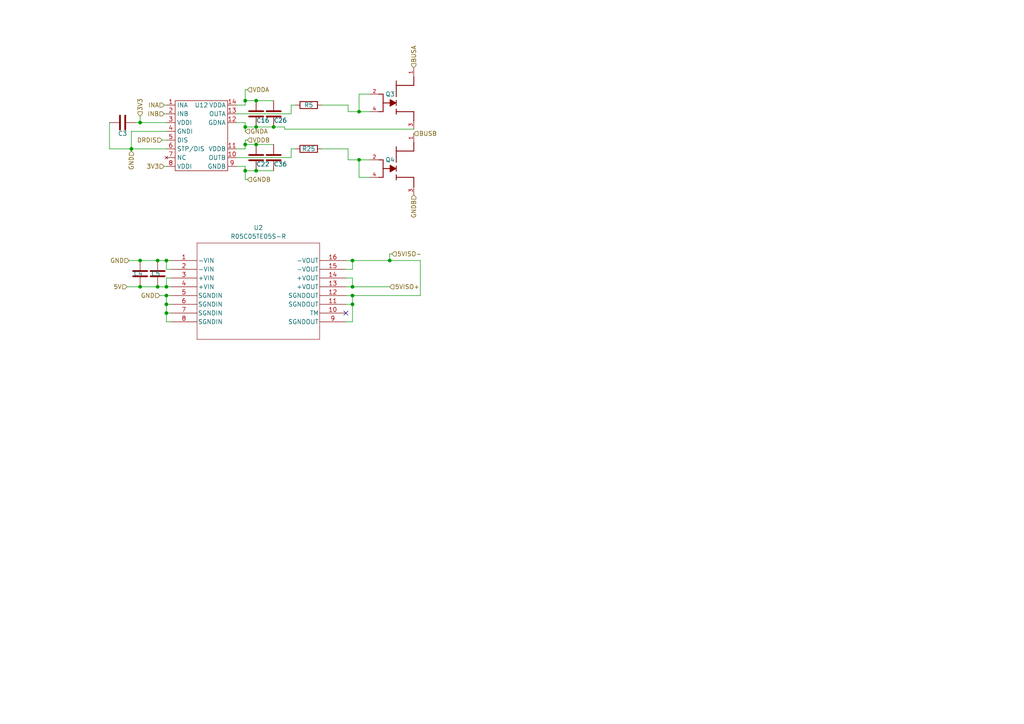
<source format=kicad_sch>
(kicad_sch (version 20230121) (generator eeschema)
  (paper "A4")
  (lib_symbols
    (symbol "Device:C" (pin_numbers hide) (pin_names (offset 0.254))
      (property "Reference" "C" (at 0.635 2.54 0))
      (property "Value" "C" (at 0.635 -2.54 0))
      (symbol "C_0_1"
        (polyline (pts (xy -2.032 -0.762) (xy 2.032 -0.762)) (stroke (width 0.508)))
        (polyline (pts (xy -2.032 0.762) (xy 2.032 0.762)) (stroke (width 0.508)))
      )
      (symbol "C_1_1"
        (pin passive line (at 0 3.81 270) (length 2.794) (name "~") (number "1"))
        (pin passive line (at 0 -3.81 90) (length 2.794) (name "~") (number "2"))
      )
    )
    (symbol "Device:R" (pin_numbers hide) (pin_names (offset 0))
      (property "Reference" "R" (at 2.032 0 90))
      (property "Value" "R" (at 0 0 90))
      (symbol "R_0_1"
        (rectangle (start -1.016 -2.54) (end 1.016 2.54) (stroke (width 0.254)))
      )
      (symbol "R_1_1"
        (pin passive line (at 0 3.81 270) (length 1.27) (name "~") (number "1"))
        (pin passive line (at 0 -3.81 90) (length 1.27) (name "~") (number "2"))
      )
    )
    (symbol "custom_assets:2EDR7259X"
      (property "Reference" "U" (at 0 0 0))
      (property "Value" "2EDR7259X" (at 0 11.43 0))
      (symbol "2EDR7259X_0_1"
        (rectangle (start -7.62 10.16) (end 7.62 -10.16))
      )
      (symbol "2EDR7259X_1_1"
        (pin input line (at -10.16 8.89 0) (length 2.54) (name "INA") (number "1"))
        (pin output line (at 10.16 -6.35 180) (length 2.54) (name "OUTB") (number "10"))
        (pin power_in line (at 10.16 -3.81 180) (length 2.54) (name "VDDB") (number "11"))
        (pin power_in line (at 10.16 3.81 180) (length 2.54) (name "GDNA") (number "12"))
        (pin output line (at 10.16 6.35 180) (length 2.54) (name "OUTA") (number "13"))
        (pin power_in line (at 10.16 8.89 180) (length 2.54) (name "VDDA") (number "14"))
        (pin input line (at -10.16 6.35 0) (length 2.54) (name "INB") (number "2"))
        (pin power_in line (at -10.16 3.81 0) (length 2.54) (name "VDDI") (number "3"))
        (pin power_out line (at -10.16 1.27 0) (length 2.54) (name "GNDI") (number "4"))
        (pin input line (at -10.16 -1.27 0) (length 2.54) (name "DIS") (number "5"))
        (pin input line (at -10.16 -3.81 0) (length 2.54) (name "STP/DIS") (number "6"))
        (pin no_connect line (at -10.16 -6.35 0) (length 2.54) (name "NC") (number "7"))
        (pin power_in line (at -10.16 -8.89 0) (length 2.54) (name "VDDI") (number "8"))
        (pin power_in line (at 10.16 -8.89 180) (length 2.54) (name "GNDB") (number "9"))
      )
    )
    (symbol "custom_assets:GS66516T-MR" (pin_names (offset 1.016))
      (property "Reference" "Q" (at -8.89 7.62 0))
      (property "Value" "GS66516T-MR" (at -8.89 -8.89 0))
      (symbol "GS66516T-MR_0_0"
        (polyline (pts (xy -3.81 -2.54) (xy -5.08 -2.54)) (stroke (width 0.254)))
        (polyline (pts (xy -3.81 0) (xy -3.81 -2.54)) (stroke (width 0.254)))
        (polyline (pts (xy -3.81 0) (xy -3.81 2.54)) (stroke (width 0.254)))
        (polyline (pts (xy -3.81 2.54) (xy -5.08 2.54)) (stroke (width 0.254)))
        (polyline (pts (xy -0.635 0) (xy -3.81 0)) (stroke (width 0.254)))
        (polyline (pts (xy 0 -2.54) (xy 0 -3.302)) (stroke (width 0.254)))
        (polyline (pts (xy 0 -2.54) (xy 5.08 -2.54)) (stroke (width 0.254)))
        (polyline (pts (xy 0 -1.778) (xy 0 -2.54)) (stroke (width 0.254)))
        (polyline (pts (xy 0 -0.762) (xy 0 0.762)) (stroke (width 0.254)))
        (polyline (pts (xy 0 1.778) (xy 0 5.08)) (stroke (width 0.254)))
        (polyline (pts (xy 0 5.08) (xy 0 6.35)) (stroke (width 0.254)))
        (polyline (pts (xy 0 5.08) (xy 5.08 5.08)) (stroke (width 0.254)))
        (polyline (pts (xy 5.08 -2.54) (xy 5.08 -5.334)) (stroke (width 0.254)))
        (polyline (pts (xy 5.08 5.08) (xy 5.08 7.62)) (stroke (width 0.254)))
        (polyline (pts (xy -0.127 0) (xy -1.778 0.9525) (xy -1.778 -0.9525) (xy -0.127 0)) (stroke (width 0.254)) (fill (type outline)))
        (pin passive line (at 5.08 10.16 270) (length 2.54) (name "~") (number "1"))
        (pin passive line (at -7.62 2.54 0) (length 2.54) (name "~") (number "2"))
        (pin passive line (at 5.08 -7.62 90) (length 2.54) (name "~") (number "3"))
        (pin passive line (at -7.62 -2.54 0) (length 2.54) (name "~") (number "4"))
      )
    )
    (symbol "custom_assets:R05C05TE05S-R" (pin_names (offset 0.254))
      (property "Reference" "U" (at 25.4 10.16 0))
      (property "Value" "R05C05TE05S-R" (at 25.4 7.62 0))
      (symbol "R05C05TE05S-R_0_1"
        (polyline (pts (xy 7.62 -22.86) (xy 43.18 -22.86)) (stroke (width 0.127)))
        (polyline (pts (xy 7.62 5.08) (xy 7.62 -22.86)) (stroke (width 0.127)))
        (polyline (pts (xy 43.18 -22.86) (xy 43.18 5.08)) (stroke (width 0.127)))
        (polyline (pts (xy 43.18 5.08) (xy 7.62 5.08)) (stroke (width 0.127)))
        (pin power_in line (at 0 0 0) (length 7.62) (name "-VIN") (number "1"))
        (pin unspecified line (at 50.8 -15.24 180) (length 7.62) (name "TM") (number "10"))
        (pin output line (at 50.8 -12.7 180) (length 7.62) (name "SGNDOUT") (number "11"))
        (pin output line (at 50.8 -10.16 180) (length 7.62) (name "SGNDOUT") (number "12"))
        (pin output line (at 50.8 -7.62 180) (length 7.62) (name "+VOUT") (number "13"))
        (pin output line (at 50.8 -5.08 180) (length 7.62) (name "+VOUT") (number "14"))
        (pin output line (at 50.8 -2.54 180) (length 7.62) (name "-VOUT") (number "15"))
        (pin output line (at 50.8 0 180) (length 7.62) (name "-VOUT") (number "16"))
        (pin power_in line (at 0 -2.54 0) (length 7.62) (name "-VIN") (number "2"))
        (pin power_in line (at 0 -5.08 0) (length 7.62) (name "+VIN") (number "3"))
        (pin power_in line (at 0 -7.62 0) (length 7.62) (name "+VIN") (number "4"))
        (pin power_out line (at 0 -10.16 0) (length 7.62) (name "SGNDIN") (number "5"))
        (pin power_out line (at 0 -12.7 0) (length 7.62) (name "SGNDIN") (number "6"))
        (pin power_out line (at 0 -15.24 0) (length 7.62) (name "SGNDIN") (number "7"))
        (pin power_out line (at 0 -17.78 0) (length 7.62) (name "SGNDIN") (number "8"))
        (pin output line (at 50.8 -17.78 180) (length 7.62) (name "SGNDOUT") (number "9"))
      )
    )
  )
  (junction (at 102.235 75.565))
  (junction (at 113.03 75.565))
  (junction (at 45.72 83.185))
  (junction (at 74.295 36.83))
  (junction (at 45.72 75.565))
  (junction (at 40.64 35.56))
  (junction (at 102.235 88.265))
  (junction (at 71.12 36.83))
  (junction (at 71.12 41.91))
  (junction (at 48.26 83.185))
  (junction (at 104.14 32.385))
  (junction (at 71.12 29.21))
  (junction (at 40.64 75.565))
  (junction (at 74.295 41.91))
  (junction (at 40.64 83.185))
  (junction (at 48.26 75.565))
  (junction (at 48.26 85.725))
  (junction (at 102.235 85.725))
  (junction (at 71.12 49.53))
  (junction (at 104.14 46.355))
  (junction (at 48.26 88.265))
  (junction (at 79.375 36.83))
  (junction (at 74.295 49.53))
  (junction (at 74.295 29.21))
  (junction (at 102.235 83.185))
  (junction (at 38.1 43.18))
  (junction (at 48.26 90.805))
  (no_connect (at 100.33 90.805))
  (wire (pts (xy 48.26 85.725) (xy 49.53 85.725)))
  (wire (pts (xy 71.12 48.26) (xy 71.12 49.53)))
  (wire (pts (xy 102.235 83.185) (xy 113.03 83.185)))
  (wire (pts (xy 84.455 43.18) (xy 84.455 45.72)))
  (wire (pts (xy 100.33 80.645) (xy 102.235 80.645)))
  (wire (pts (xy 31.75 43.18) (xy 38.1 43.18)))
  (wire (pts (xy 40.64 33.655) (xy 40.64 35.56)))
  (wire (pts (xy 71.12 29.21) (xy 74.295 29.21)))
  (wire (pts (xy 104.14 51.435) (xy 104.14 46.355)))
  (wire (pts (xy 71.12 30.48) (xy 68.58 30.48)))
  (wire (pts (xy 104.14 32.385) (xy 107.315 32.385)))
  (wire (pts (xy 71.12 26.035) (xy 71.12 29.21)))
  (wire (pts (xy 71.12 35.56) (xy 68.58 35.56)))
  (wire (pts (xy 82.55 36.83) (xy 82.55 37.465)))
  (wire (pts (xy 100.33 93.345) (xy 102.235 93.345)))
  (wire (pts (xy 102.235 80.645) (xy 102.235 83.185)))
  (wire (pts (xy 38.1 43.18) (xy 48.26 43.18)))
  (wire (pts (xy 107.315 27.305) (xy 104.14 27.305)))
  (wire (pts (xy 48.26 83.185) (xy 49.53 83.185)))
  (wire (pts (xy 38.1 38.1) (xy 48.26 38.1)))
  (wire (pts (xy 49.53 80.645) (xy 48.26 80.645)))
  (wire (pts (xy 102.235 93.345) (xy 102.235 88.265)))
  (wire (pts (xy 47.625 33.02) (xy 48.26 33.02)))
  (wire (pts (xy 100.965 43.18) (xy 100.965 46.355)))
  (wire (pts (xy 37.465 75.565) (xy 40.64 75.565)))
  (wire (pts (xy 74.295 36.83) (xy 79.375 36.83)))
  (wire (pts (xy 82.55 37.465) (xy 120.015 37.465)))
  (wire (pts (xy 71.755 52.07) (xy 71.12 52.07)))
  (wire (pts (xy 48.26 93.345) (xy 48.26 90.805)))
  (wire (pts (xy 71.755 40.64) (xy 71.12 40.64)))
  (wire (pts (xy 100.965 30.48) (xy 100.965 32.385)))
  (wire (pts (xy 40.64 35.56) (xy 48.26 35.56)))
  (wire (pts (xy 48.26 80.645) (xy 48.26 83.185)))
  (wire (pts (xy 113.03 73.66) (xy 113.665 73.66)))
  (wire (pts (xy 93.345 43.18) (xy 100.965 43.18)))
  (wire (pts (xy 102.235 88.265) (xy 102.235 85.725)))
  (wire (pts (xy 71.12 41.91) (xy 74.295 41.91)))
  (wire (pts (xy 48.26 88.265) (xy 49.53 88.265)))
  (wire (pts (xy 49.53 93.345) (xy 48.26 93.345)))
  (wire (pts (xy 74.295 29.21) (xy 79.375 29.21)))
  (wire (pts (xy 74.295 41.91) (xy 79.375 41.91)))
  (wire (pts (xy 84.455 33.02) (xy 68.58 33.02)))
  (wire (pts (xy 104.14 27.305) (xy 104.14 32.385)))
  (wire (pts (xy 84.455 45.72) (xy 68.58 45.72)))
  (wire (pts (xy 38.1 43.18) (xy 38.1 38.1)))
  (wire (pts (xy 71.12 35.56) (xy 71.12 36.83)))
  (wire (pts (xy 38.1 43.815) (xy 38.1 43.18)))
  (wire (pts (xy 71.12 49.53) (xy 74.295 49.53)))
  (wire (pts (xy 48.26 88.265) (xy 48.26 85.725)))
  (wire (pts (xy 39.37 35.56) (xy 40.64 35.56)))
  (wire (pts (xy 71.12 52.07) (xy 71.12 49.53)))
  (wire (pts (xy 48.26 90.805) (xy 49.53 90.805)))
  (wire (pts (xy 47.625 48.26) (xy 48.26 48.26)))
  (wire (pts (xy 36.83 83.185) (xy 40.64 83.185)))
  (wire (pts (xy 100.33 88.265) (xy 102.235 88.265)))
  (wire (pts (xy 100.965 46.355) (xy 104.14 46.355)))
  (wire (pts (xy 45.72 75.565) (xy 48.26 75.565)))
  (wire (pts (xy 100.33 78.105) (xy 102.235 78.105)))
  (wire (pts (xy 100.33 75.565) (xy 102.235 75.565)))
  (wire (pts (xy 40.64 75.565) (xy 45.72 75.565)))
  (wire (pts (xy 74.295 49.53) (xy 79.375 49.53)))
  (wire (pts (xy 48.26 90.805) (xy 48.26 88.265)))
  (wire (pts (xy 100.965 32.385) (xy 104.14 32.385)))
  (wire (pts (xy 48.26 75.565) (xy 49.53 75.565)))
  (wire (pts (xy 102.235 85.725) (xy 121.92 85.725)))
  (wire (pts (xy 82.55 36.83) (xy 79.375 36.83)))
  (wire (pts (xy 45.72 83.185) (xy 48.26 83.185)))
  (wire (pts (xy 46.99 40.64) (xy 48.26 40.64)))
  (wire (pts (xy 102.235 78.105) (xy 102.235 75.565)))
  (wire (pts (xy 84.455 30.48) (xy 84.455 33.02)))
  (wire (pts (xy 74.295 36.83) (xy 71.12 36.83)))
  (wire (pts (xy 121.92 85.725) (xy 121.92 75.565)))
  (wire (pts (xy 71.12 36.83) (xy 71.12 38.1)))
  (wire (pts (xy 71.12 40.64) (xy 71.12 41.91)))
  (wire (pts (xy 48.26 78.105) (xy 48.26 75.565)))
  (wire (pts (xy 46.355 85.725) (xy 48.26 85.725)))
  (wire (pts (xy 71.12 29.21) (xy 71.12 30.48)))
  (wire (pts (xy 107.315 51.435) (xy 104.14 51.435)))
  (wire (pts (xy 71.12 48.26) (xy 68.58 48.26)))
  (wire (pts (xy 48.26 78.105) (xy 49.53 78.105)))
  (wire (pts (xy 71.12 43.18) (xy 68.58 43.18)))
  (wire (pts (xy 100.33 85.725) (xy 102.235 85.725)))
  (wire (pts (xy 113.03 73.66) (xy 113.03 75.565)))
  (wire (pts (xy 31.75 35.56) (xy 31.75 43.18)))
  (wire (pts (xy 85.725 30.48) (xy 84.455 30.48)))
  (wire (pts (xy 93.345 30.48) (xy 100.965 30.48)))
  (wire (pts (xy 71.755 26.035) (xy 71.12 26.035)))
  (wire (pts (xy 71.12 41.91) (xy 71.12 43.18)))
  (wire (pts (xy 104.14 46.355) (xy 107.315 46.355)))
  (wire (pts (xy 121.92 75.565) (xy 113.03 75.565)))
  (wire (pts (xy 100.33 83.185) (xy 102.235 83.185)))
  (wire (pts (xy 47.625 30.48) (xy 48.26 30.48)))
  (wire (pts (xy 85.725 43.18) (xy 84.455 43.18)))
  (wire (pts (xy 102.235 75.565) (xy 113.03 75.565)))
  (wire (pts (xy 40.64 83.185) (xy 45.72 83.185)))
  (hierarchical_label "GND" (shape input) (at 37.465 75.565 180))
  (hierarchical_label "BUSB" (shape input) (at 120.015 38.735 0))
  (hierarchical_label "3V3" (shape input) (at 40.64 33.655 90))
  (hierarchical_label "VDDA" (shape input) (at 71.755 26.035 0))
  (hierarchical_label "GND" (shape input) (at 38.1 43.815 270))
  (hierarchical_label "VDDB" (shape input) (at 71.755 40.64 0))
  (hierarchical_label "GND" (shape input) (at 46.355 85.725 180))
  (hierarchical_label "DRDIS" (shape input) (at 46.99 40.64 180))
  (hierarchical_label "5V" (shape input) (at 36.83 83.185 180))
  (hierarchical_label "BUSA" (shape input) (at 120.015 19.685 90))
  (hierarchical_label "INA" (shape input) (at 47.625 30.48 180))
  (hierarchical_label "GNDB" (shape input) (at 71.755 52.07 0))
  (hierarchical_label "3V3" (shape input) (at 47.625 48.26 180))
  (hierarchical_label "GNDB" (shape input) (at 120.015 56.515 270))
  (hierarchical_label "INB" (shape input) (at 47.625 33.02 180))
  (hierarchical_label "GNDA" (shape input) (at 71.12 38.1 0))
  (hierarchical_label "5VISO+" (shape input) (at 113.03 83.185 0))
  (hierarchical_label "5VISO-" (shape input) (at 113.665 73.66 0))
  (symbol (lib_id "custom_assets:R05C05TE05S-R") (at 49.53 75.565 0) (unit 1)
    (property "Reference" "U2" (at 74.93 66.04 0))
    (property "Value" "R05C05TE05S-R" (at 74.93 68.58 0))
    (property "Footprint" "custom_assets:SMD_16_10.35X7.5X2.5_RCP" (effects hide))
    (property "Datasheet" "R05C05TE05S-R" (effects hide))
    (instances (project "inverter" (path "" (reference "U2") (unit 1)) (path "" (reference "U3") (unit 1))))
  )
  (symbol (lib_id "custom_assets:GS66516T-MR") (at 114.935 48.895 0) (unit 1)
    (property "Reference" "Q4" (at 111.76 46.355 0) (effects (justify left)))
    (property "Value" "GS66516T-MR" (effects hide))
    (property "Footprint" "custom_assets_mit:TRANS_GS66516T-MR" (effects hide))
    (property "PARTREV" "Rev 210727" (effects hide))
    (property "STANDARD" "Manufacturer Recommendations" (effects hide))
    (property "MAXIMUM_PACKAGE_HEIGHT" "0.621 mm" (effects hide))
    (property "MANUFACTURER" "GaN Systems" (effects hide))
    (instances (project "inverter" (path "" (reference "Q4") (unit 1)) (path "" (reference "Q1") (unit 1))))
  )
  (symbol (lib_id "Device:C") (at 74.295 45.72 0) (unit 1)
    (property "Reference" "C22" (at 74.295 47.625 0) (effects (justify left)))
    (property "Value" "C0805X473J3GECAUTO" (effects hide))
    (property "Footprint" "Capacitor_SMD:C_0805_2012Metric" (effects hide))
    (instances (project "inverter" (path "" (reference "C22") (unit 1)) (path "" (reference "C40") (unit 1))))
  )
  (symbol (lib_id "Device:C") (at 35.56 35.56 90) (unit 1)
    (property "Reference" "C3" (at 35.56 38.735 90))
    (property "Value" "CGA3E1X7R1E105K080AC" (effects hide))
    (property "Footprint" "Capacitor_SMD:C_0603_1608Metric" (effects hide))
    (instances (project "inverter" (path "" (reference "C3") (unit 1)) (path "" (reference "C27") (unit 1))))
  )
  (symbol (lib_id "Device:C") (at 79.375 45.72 0) (unit 1)
    (property "Reference" "C36" (at 79.375 47.625 0) (effects (justify left)))
    (property "Value" "GRM31C5C1E474JE01L" (effects hide))
    (property "Footprint" "Capacitor_SMD:C_1206_3216Metric" (effects hide))
    (instances (project "inverter" (path "" (reference "C36") (unit 1)) (path "" (reference "C44") (unit 1))))
  )
  (symbol (lib_id "custom_assets:GS66516T-MR") (at 114.935 29.845 0) (unit 1)
    (property "Reference" "Q3" (at 111.76 27.305 0) (effects (justify left)))
    (property "Value" "GS66516T-MR" (effects hide))
    (property "Footprint" "custom_assets_mit:TRANS_GS66516T-MR" (effects hide))
    (property "PARTREV" "Rev 210727" (effects hide))
    (property "STANDARD" "Manufacturer Recommendations" (effects hide))
    (property "MAXIMUM_PACKAGE_HEIGHT" "0.621 mm" (effects hide))
    (property "MANUFACTURER" "GaN Systems" (effects hide))
    (instances (project "inverter" (path "" (reference "Q3") (unit 1)) (path "" (reference "Q2") (unit 1))))
  )
  (symbol (lib_id "Device:C") (at 74.295 33.02 0) (unit 1)
    (property "Reference" "C16" (at 74.295 34.925 0) (effects (justify left)))
    (property "Value" "C0805X473J3GECAUTO" (effects hide))
    (property "Footprint" "Capacitor_SMD:C_0805_2012Metric" (effects hide))
    (instances (project "inverter" (path "" (reference "C16") (unit 1)) (path "" (reference "C30") (unit 1))))
  )
  (symbol (lib_id "Device:C") (at 45.72 79.375 0) (unit 1)
    (property "Reference" "C5" (at 43.815 79.375 0) (effects (justify left)))
    (property "Value" "CGA3E1X7R1E105K080AC" (effects hide))
    (property "Footprint" "Capacitor_SMD:C_0603_1608Metric" (effects hide))
    (instances (project "inverter" (path "" (reference "C5") (unit 1)) (path "" (reference "C29") (unit 1))))
  )
  (symbol (lib_id "Device:C") (at 40.64 79.375 0) (unit 1)
    (property "Reference" "C4" (at 38.735 79.375 0) (effects (justify left)))
    (property "Value" "CL21B106KOQNNNG" (effects hide))
    (property "Footprint" "Capacitor_SMD:C_0805_2012Metric" (effects hide))
    (instances (project "inverter" (path "" (reference "C4") (unit 1)) (path "" (reference "C28") (unit 1))))
  )
  (symbol (lib_id "Device:C") (at 79.375 33.02 0) (unit 1)
    (property "Reference" "C26" (at 79.375 34.925 0) (effects (justify left)))
    (property "Value" "GRM31C5C1E474JE01L" (effects hide))
    (property "Footprint" "Capacitor_SMD:C_1206_3216Metric" (effects hide))
    (instances (project "inverter" (path "" (reference "C26") (unit 1)) (path "" (reference "C43") (unit 1))))
  )
  (symbol (lib_id "custom_assets:2EDR7259X") (at 58.42 39.37 0) (unit 1)
    (property "Reference" "U12" (at 58.42 30.48 0))
    (property "Value" "2EDR7259X" (effects hide))
    (property "Footprint" "custom_assets:2EDR7259X" (effects hide))
    (instances (project "inverter" (path "" (reference "U12") (unit 1)) (path "" (reference "U11") (unit 1))))
  )
  (symbol (lib_id "Device:R") (at 89.535 30.48 90) (unit 1)
    (property "Reference" "R5" (at 89.535 30.48 90))
    (property "Value" "CRCW06034R70FKEAHP" (effects hide))
    (property "Footprint" "Resistor_SMD:R_0603_1608Metric" (effects hide))
    (instances (project "inverter" (path "" (reference "R5") (unit 1)) (path "" (reference "R1") (unit 1))))
  )
  (symbol (lib_id "Device:R") (at 89.535 43.18 90) (unit 1)
    (property "Reference" "R25" (at 89.535 43.18 90))
    (property "Value" "CRCW06034R70FKEAHP" (effects hide))
    (property "Footprint" "Resistor_SMD:R_0603_1608Metric" (effects hide))
    (instances (project "inverter" (path "" (reference "R25") (unit 1)) (path "" (reference "R3") (unit 1))))
  )
)
</source>
